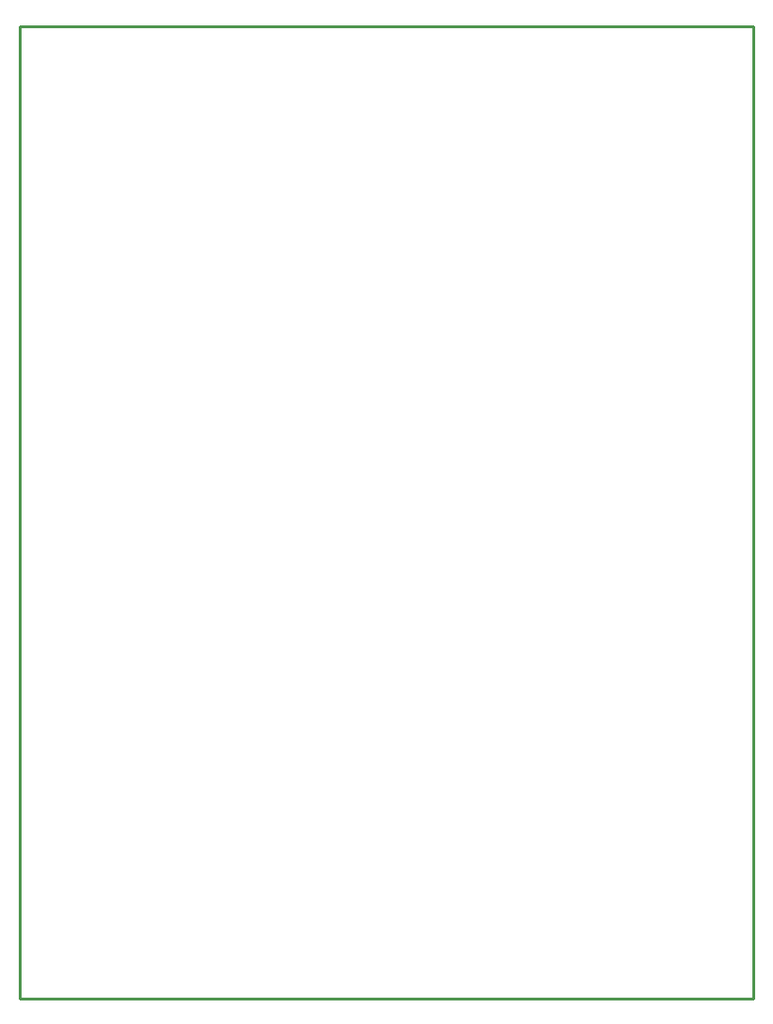
<source format=gbr>
G04 EAGLE Gerber RS-274X export*
G75*
%MOMM*%
%FSLAX34Y34*%
%LPD*%
%IN*%
%IPPOS*%
%AMOC8*
5,1,8,0,0,1.08239X$1,22.5*%
G01*
%ADD10C,0.254000*%


D10*
X0Y-12700D02*
X661100Y-12700D01*
X661100Y862700D01*
X0Y862700D01*
X0Y-12700D01*
M02*

</source>
